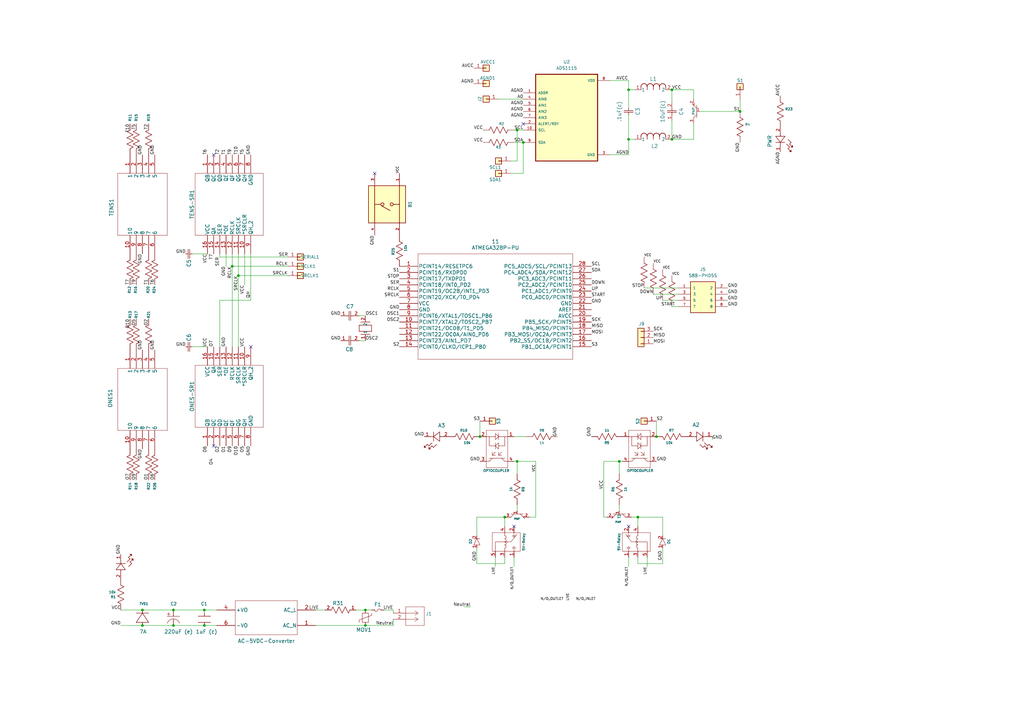
<source format=kicad_sch>
(kicad_sch (version 20231120) (generator "eeschema") (generator_version "8.0")
  (paper "A3")
  (lib_symbols
    (symbol "AC-5VDC-Converter_1" (pin_names (offset 0.254))
      (property "Value" "AC-5VDC-Converter" (at 20.32 6.9409 0))
      (symbol "AC-5VDC-Converter_1_1_1"
        (pin unspecified line (at 0 1.27 0) (length 7.62) (name "AC_N") (number "1"))
        (pin unspecified line (at 0 -5.08 0) (length 7.62) (name "AC_L") (number "2"))
        (pin power_in line (at 40.64 -5.08 180) (length 7.62) (name "+VO") (number "4"))
        (pin power_in line (at 40.64 1.27 180) (length 7.62) (name "-VO") (number "6"))
      )
    )
    (symbol "Connector_Generic:Conn_01x01" (pin_names (offset 1.016) hide)
      (property "Reference" "J" (at 0 2.54 0))
      (property "Value" "Conn_01x01" (at 0 -2.54 0))
      (symbol "Conn_01x01_1_1"
        (pin passive line (at -5.08 0 0) (length 3.81) (name "Pin_1") (number "1"))
      )
    )
    (symbol "pPSI:.1uF-Ceramic-Capacitor" (pin_numbers hide) (pin_names (offset 1.651) hide)
      (property "Reference" "C" (at 3.81 3.81 0))
      (property "Value" ".1uF-Ceramic-Capacitor" (at 3.048 -3.429 0))
      (symbol ".1uF-Ceramic-Capacitor_1_1"
        (pin unspecified line (at 2.54 0 0) (length 0) (name "1") (number "1"))
        (pin unspecified line (at 5.08 0 180) (length 0) (name "2") (number "2"))
      )
    )
    (symbol "pPSI:100ohm-Resistor" (pin_numbers hide) (pin_names (offset -2.54) hide)
      (property "Reference" "R" (at 5.588 3.302 0))
      (property "Value" "100ohm-Resistor" (at 6.35 -2.54 0))
      (symbol "100ohm-Resistor_1_1"
        (pin unspecified line (at 0 0 0) (length 2.54) (name "1") (number "1"))
        (pin unspecified line (at 12.7 0 180) (length 2.54) (name "2") (number "2"))
      )
    )
    (symbol "pPSI:10kohm-Resistor" (pin_numbers hide) (pin_names (offset -2.54) hide)
      (property "Reference" "R" (at 5.588 3.81 0))
      (property "Value" "10kohm-Resistor" (at 6.731 -2.54 0))
      (symbol "10kohm-Resistor_1_1"
        (pin unspecified line (at 0 0 0) (length 2.54) (name "1") (number "1"))
        (pin unspecified line (at 12.7 0 180) (length 2.54) (name "2") (number "2"))
      )
    )
    (symbol "pPSI:10uF-Ceramic-Capacitor" (pin_names (offset 0.254))
      (property "Reference" "C" (at 3.81 3.81 0))
      (property "Value" "10uF-Ceramic-Capacitor" (at 3.81 -3.81 0))
      (symbol "10uF-Ceramic-Capacitor_1_1"
        (pin unspecified line (at 0 0 0) (length 2.54) (name "") (number "1"))
        (pin unspecified line (at 7.62 0 180) (length 2.54) (name "") (number "2"))
      )
      (symbol "10uF-Ceramic-Capacitor_1_2"
        (pin unspecified line (at 0 0 270) (length 2.54) (name "") (number "1"))
        (pin unspecified line (at 0 -7.62 90) (length 2.54) (name "") (number "2"))
      )
    )
    (symbol "pPSI:1kohm-Resistor" (pin_numbers hide) (pin_names (offset -2.54) hide)
      (property "Reference" "R" (at 5.715 3.429 0))
      (property "Value" "1kohm-Resistor" (at 6.223 -2.794 0))
      (symbol "1kohm-Resistor_1_1"
        (pin unspecified line (at 0 0 0) (length 2.54) (name "1") (number "1"))
        (pin unspecified line (at 12.7 0 180) (length 2.54) (name "2") (number "2"))
      )
    )
    (symbol "pPSI:1uF-Ceramic-Capacitor" (pin_numbers hide) (pin_names (offset 1.651) hide)
      (property "Reference" "C" (at 4.81 1.27 0))
      (property "Value" "1uF-Ceramic-Capacitor" (at 7.112 -7.62 0))
      (symbol "1uF-Ceramic-Capacitor_1_1"
        (pin unspecified line (at 2.54 -2.54 0) (length 1.27) (name "") (number "1"))
        (pin unspecified line (at 7.62 -2.54 180) (length 1.27) (name "") (number "2"))
      )
    )
    (symbol "pPSI:2-pin-terminal-block" (pin_names (offset 0.254))
      (property "Reference" "J" (at 8.89 3.81 0))
      (property "Value" "terminal block" (at 8.89 -7.62 0))
      (symbol "2-pin-terminal-block_1_1"
        (pin unspecified line (at 0 0 0) (length 5.08) (name "") (number "1"))
        (pin unspecified line (at 0 -2.54 0) (length 5.08) (name "") (number "2"))
      )
      (symbol "2-pin-terminal-block_1_2"
        (pin unspecified line (at 0 0 0) (length 5.08) (name "1") (number "1"))
        (pin unspecified line (at 0 -2.54 0) (length 5.08) (name "2") (number "2"))
      )
    )
    (symbol "pPSI:220uF-Electrolytic-Capacitor" (pin_numbers hide) (pin_names (offset 1.651) hide)
      (property "Reference" "C" (at 13.97 -3.81 90))
      (property "Value" "220uF-Electrolytic-Capacitor" (at 3.8888 -5.6454 90))
      (symbol "220uF-Electrolytic-Capacitor_1_1"
        (pin unspecified line (at 8.89 0 270) (length 2.54) (name "") (number "1"))
        (pin unspecified line (at 8.89 -6.35 90) (length 2.54) (name "") (number "2"))
      )
    )
    (symbol "pPSI:3-pin-header" (pin_names (offset 1.016) hide)
      (property "Reference" "J" (at 0 5.08 0))
      (property "Value" "3-pin-header" (at 0 -5.08 0))
      (symbol "3-pin-header_1_1"
        (pin passive line (at -5.08 2.54 0) (length 3.81) (name "Pin_1") (number "1"))
        (pin passive line (at -5.08 0 0) (length 3.81) (name "Pin_2") (number "2"))
        (pin passive line (at -5.08 -2.54 0) (length 3.81) (name "Pin_3") (number "3"))
      )
    )
    (symbol "pPSI:470V-Varistor" (pin_numbers hide) (pin_names hide)
      (property "Reference" "MOV1" (at -1.778 -6.35 90))
      (symbol "470V-Varistor_1_1"
        (pin unspecified line (at 2.54 -6.35 90) (length 1.27) (name "1") (number "1"))
        (pin unspecified line (at 2.54 0 270) (length 1.27) (name "2") (number "2"))
      )
    )
    (symbol "pPSI:5V-Relay" (pin_names (offset 0.254))
      (property "Value" "5V-Relay" (at 11.43 -10.16 0))
      (symbol "5V-Relay_1_1"
        (pin unspecified line (at 5.08 0 0) (length 2.54) (name "~") (number "1"))
        (pin unspecified line (at 17.78 0 180) (length 2.54) (name "~") (number "2"))
        (pin unspecified line (at 5.08 -3.81 0) (length 2.54) (name "") (number "3"))
        (pin unspecified line (at 17.78 -3.81 180) (length 2.54) (name "~") (number "4"))
        (pin unspecified line (at 5.08 -7.62 0) (length 2.54) (name "~") (number "5"))
      )
    )
    (symbol "pPSI:6.8ohm" (pin_names (offset 0.254))
      (property "Reference" "R" (at 5.715 3.81 0))
      (symbol "6.8ohm_1_1"
        (pin unspecified line (at 0 0 0) (length 2.54) (name "") (number "1"))
        (pin unspecified line (at 12.7 0 180) (length 2.54) (name "") (number "2"))
      )
      (symbol "6.8ohm_1_2"
        (pin unspecified line (at 0 12.7 270) (length 2.54) (name "") (number "1"))
        (pin unspecified line (at 0 0 90) (length 2.54) (name "") (number "2"))
      )
    )
    (symbol "pPSI:7-Segment-Display" (pin_names (offset 0.254))
      (property "Value" "7-Segment-Display" (at 20.32 6.35 0))
      (symbol "7-Segment-Display_1_1"
        (pin unspecified line (at 0 0 0) (length 7.62) (name "1") (number "1"))
        (pin unspecified line (at 40.64 0 180) (length 7.62) (name "10") (number "10"))
        (pin unspecified line (at 0 -2.54 0) (length 7.62) (name "2") (number "2"))
        (pin unspecified line (at 0 -5.08 0) (length 7.62) (name "3") (number "3"))
        (pin unspecified line (at 0 -7.62 0) (length 7.62) (name "4") (number "4"))
        (pin unspecified line (at 0 -10.16 0) (length 7.62) (name "5") (number "5"))
        (pin unspecified line (at 40.64 -10.16 180) (length 7.62) (name "6") (number "6"))
        (pin unspecified line (at 40.64 -7.62 180) (length 7.62) (name "7") (number "7"))
        (pin unspecified line (at 40.64 -5.08 180) (length 7.62) (name "8") (number "8"))
        (pin unspecified line (at 40.64 -2.54 180) (length 7.62) (name "9") (number "9"))
      )
    )
    (symbol "pPSI:7A-TVS-DIODE" (pin_numbers hide) (pin_names (offset -1.651) hide)
      (property "Reference" "TVS" (at 0 -2.794 90))
      (property "Value" "7A-TVS-DIODE" (at 7.493 -2.921 90))
      (symbol "7A-TVS-DIODE_1_1"
        (pin unspecified line (at 3.81 0 270) (length 1.27) (name "") (number "1"))
        (pin unspecified line (at 3.81 -6.35 90) (length 1.27) (name "") (number "2"))
      )
    )
    (symbol "pPSI:8bit-Shift-Register" (pin_names (offset 0.254))
      (property "Value" "8bit-Shift-Register" (at 20.32 6.35 0))
      (symbol "8bit-Shift-Register_1_1"
        (pin output line (at 0 0 0) (length 7.62) (name "QB") (number "1"))
        (pin input line (at 40.64 -15.24 180) (length 7.62) (name "*SRCLR") (number "10"))
        (pin input line (at 40.64 -12.7 180) (length 7.62) (name "SRCLK") (number "11"))
        (pin input line (at 40.64 -10.16 180) (length 7.62) (name "RCLK") (number "12"))
        (pin input line (at 40.64 -7.62 180) (length 7.62) (name "*OE") (number "13"))
        (pin input line (at 40.64 -5.08 180) (length 7.62) (name "SER") (number "14"))
        (pin output line (at 40.64 -2.54 180) (length 7.62) (name "QA") (number "15"))
        (pin power_in line (at 40.64 0 180) (length 7.62) (name "VCC") (number "16"))
        (pin output line (at 0 -2.54 0) (length 7.62) (name "QC") (number "2"))
        (pin output line (at 0 -5.08 0) (length 7.62) (name "QD") (number "3"))
        (pin output line (at 0 -7.62 0) (length 7.62) (name "QE") (number "4"))
        (pin output line (at 0 -10.16 0) (length 7.62) (name "QF") (number "5"))
        (pin output line (at 0 -12.7 0) (length 7.62) (name "QG") (number "6"))
        (pin output line (at 0 -15.24 0) (length 7.62) (name "QH") (number "7"))
        (pin power_in line (at 0 -17.78 0) (length 7.62) (name "GND") (number "8"))
        (pin output line (at 40.64 -17.78 180) (length 7.62) (name "QH_2") (number "9"))
      )
    )
    (symbol "pPSI:ADS1115IDGST" (pin_names (offset 1.016))
      (property "Reference" "U" (at -12.7 18.78 0))
      (property "Value" "ADS1115IDGST" (at -12.7 -21.78 0))
      (symbol "ADS1115IDGST_0_0"
        (pin input line (at -17.78 10.16 0) (length 5.08) (name "ADDR") (number "1"))
        (pin input line (at -17.78 -5.08 0) (length 5.08) (name "SCL") (number "10"))
        (pin input line (at -17.78 -2.54 0) (length 5.08) (name "ALERT/RDY") (number "2"))
        (pin power_in line (at 17.78 -15.24 180) (length 5.08) (name "GND") (number "3"))
        (pin input line (at -17.78 7.62 0) (length 5.08) (name "AIN0") (number "4"))
        (pin input line (at -17.78 5.08 0) (length 5.08) (name "AIN1") (number "5"))
        (pin input line (at -17.78 2.54 0) (length 5.08) (name "AIN2") (number "6"))
        (pin input line (at -17.78 0 0) (length 5.08) (name "AIN3") (number "7"))
        (pin power_in line (at 17.78 15.24 180) (length 5.08) (name "VDD") (number "8"))
        (pin bidirectional line (at -17.78 -10.16 0) (length 5.08) (name "SDA") (number "9"))
      )
    )
    (symbol "pPSI:ATMEGA328P-PU" (pin_names (offset 0.254))
      (property "Value" "ATMEGA328P-PU" (at 96.52 6.35 0))
      (symbol "ATMEGA328P-PU_1_1"
        (pin bidirectional line (at 35.56 -1.27 0) (length 7.62) (name "PCINT14/RESETPC6") (number "1"))
        (pin bidirectional line (at 35.56 -24.13 0) (length 7.62) (name "PCINT7/XTAL2/TOSC2_PB7") (number "10"))
        (pin bidirectional line (at 35.56 -26.67 0) (length 7.62) (name "PCINT21/OC0B/T1_PD5") (number "11"))
        (pin bidirectional line (at 35.56 -29.21 0) (length 7.62) (name "PCINT22/OC0A/AIN0_PD6") (number "12"))
        (pin bidirectional line (at 35.56 -31.75 0) (length 7.62) (name "PCINT23/AIN1_PD7") (number "13"))
        (pin bidirectional line (at 35.56 -34.29 0) (length 7.62) (name "PCINT0/CLKO/ICP1_PB0") (number "14"))
        (pin bidirectional line (at 114.3 -34.29 180) (length 7.62) (name "PB1_OC1A/PCINT1") (number "15"))
        (pin bidirectional line (at 114.3 -31.75 180) (length 7.62) (name "PB2_SS/OC1B/PCINT2") (number "16"))
        (pin bidirectional line (at 114.3 -29.21 180) (length 7.62) (name "PB3_MOSI/OC2A/PCINT3") (number "17"))
        (pin bidirectional line (at 114.3 -26.67 180) (length 7.62) (name "PB4_MISO/PCINT4") (number "18"))
        (pin bidirectional line (at 114.3 -24.13 180) (length 7.62) (name "PB5_SCK/PCINT5") (number "19"))
        (pin bidirectional line (at 35.56 -3.81 0) (length 7.62) (name "PCINT16/RXDPD0") (number "2"))
        (pin power_in line (at 114.3 -21.59 180) (length 7.62) (name "AVCC") (number "20"))
        (pin unspecified line (at 114.3 -19.05 180) (length 7.62) (name "AREF") (number "21"))
        (pin power_in line (at 114.3 -16.51 180) (length 7.62) (name "GND") (number "22"))
        (pin bidirectional line (at 114.3 -13.97 180) (length 7.62) (name "PC0_ADC0/PCINT8") (number "23"))
        (pin bidirectional line (at 114.3 -11.43 180) (length 7.62) (name "PC1_ADC1/PCINT9") (number "24"))
        (pin bidirectional line (at 114.3 -8.89 180) (length 7.62) (name "PC2_ADC2/PCINT10") (number "25"))
        (pin bidirectional line (at 114.3 -6.35 180) (length 7.62) (name "PC3_ADC3/PCINT11") (number "26"))
        (pin bidirectional line (at 114.3 -3.81 180) (length 7.62) (name "PC4_ADC4/SDA/PCINT12") (number "27"))
        (pin bidirectional line (at 114.3 -1.27 180) (length 7.62) (name "PC5_ADC5/SCL/PCINT13") (number "28"))
        (pin bidirectional line (at 35.56 -6.35 0) (length 7.62) (name "PCINT17/TXDPD1") (number "3"))
        (pin bidirectional line (at 35.56 -8.89 0) (length 7.62) (name "PCINT18/INT0_PD2") (number "4"))
        (pin bidirectional line (at 35.56 -11.43 0) (length 7.62) (name "PCINT19/OC2B/INT1_PD3") (number "5"))
        (pin bidirectional line (at 35.56 -13.97 0) (length 7.62) (name "PCINT20/XCK/T0_PD4") (number "6"))
        (pin power_in line (at 35.56 -16.51 0) (length 7.62) (name "VCC") (number "7"))
        (pin power_in line (at 35.56 -19.05 0) (length 7.62) (name "GND") (number "8"))
        (pin bidirectional line (at 35.56 -21.59 0) (length 7.62) (name "PCINT6/XTAL1/TOSC1_PB6") (number "9"))
      )
    )
    (symbol "pPSI:C0805C220J5GAC7210" (pin_names (offset 0.254))
      (property "Reference" "C" (at 3.81 3.81 0))
      (property "Value" "C0805C220J5GAC7210" (at 3.81 -3.81 0))
      (symbol "C0805C220J5GAC7210_1_1"
        (pin unspecified line (at 0 0 0) (length 2.54) (name "") (number "1"))
        (pin unspecified line (at 7.62 0 180) (length 2.54) (name "") (number "2"))
      )
      (symbol "C0805C220J5GAC7210_1_2"
        (pin unspecified line (at 0 0 270) (length 2.54) (name "") (number "1"))
        (pin unspecified line (at 0 -7.62 90) (length 2.54) (name "") (number "2"))
      )
    )
    (symbol "pPSI:FUSE" (pin_numbers hide) (pin_names hide)
      (property "Reference" "F1" (at 6.0332 -2.5594 90))
      (symbol "FUSE_1_1"
        (pin unspecified line (at 3.81 -5.08 90) (length 1.27) (name "1") (number "1"))
        (pin unspecified line (at 3.81 0 270) (length 1.27) (name "2") (number "2"))
      )
    )
    (symbol "pPSI:Ferrite-Bead" (pin_names (offset 0.254))
      (property "Reference" "L1" (at 7.62 7.2917 0))
      (property "Value" "Ferrite-Bead" (at 7.62 4.4589 0))
      (symbol "Ferrite-Bead_1_1"
        (pin unspecified line (at 15.24 0 180) (length 2.54) (name "1") (number "1"))
        (pin unspecified line (at 0 0 0) (length 2.54) (name "2") (number "2"))
      )
      (symbol "Ferrite-Bead_1_2"
        (pin unspecified line (at 0 15.24 270) (length 2.54) (name "1") (number "1"))
        (pin unspecified line (at 0 0 90) (length 2.54) (name "2") (number "2"))
      )
    )
    (symbol "pPSI:HCM4916000000ABJT" (pin_names (offset 0.254))
      (property "Reference" "XTAL" (at 5.08 4.445 0))
      (property "Value" "HCM4916000000ABJT" (at 5.08 -4.445 0))
      (symbol "HCM4916000000ABJT_1_1"
        (pin unspecified line (at 0 0 0) (length 2.54) (name "1") (number "1"))
        (pin unspecified line (at 10.16 0 180) (length 2.54) (name "2") (number "2"))
      )
      (symbol "HCM4916000000ABJT_1_2"
        (pin unspecified line (at 0 0 90) (length 2.54) (name "1") (number "1"))
        (pin unspecified line (at 0 10.16 270) (length 2.54) (name "2") (number "2"))
      )
    )
    (symbol "pPSI:OPTOCOUPLER" (pin_names (offset 0))
      (property "Reference" "Q" (at 24.13 3.81 0))
      (property "Value" "OPTOCOUPLER" (at 24.13 -12.7 0))
      (symbol "OPTOCOUPLER_1_1"
        (pin unspecified line (at 19.05 3.81 270) (length 2.54) (name "~") (number "1"))
        (pin unspecified line (at 19.05 -10.16 90) (length 2.54) (name "~") (number "2"))
        (pin unspecified line (at 29.21 -10.16 90) (length 2.54) (name "") (number "3"))
        (pin unspecified line (at 29.21 3.81 270) (length 2.54) (name "") (number "4"))
      )
    )
    (symbol "pPSI:PNP-Transistor" (pin_names (offset 1.016))
      (property "Reference" "T" (at 26.67 -2.54 0))
      (property "Value" "PNP-Transistor" (at 26.67 -12.7 0))
      (symbol "PNP-Transistor_1_1"
        (pin input line (at 24.13 -2.54 0) (length 1.27) (name "") (number "1"))
        (pin output line (at 26.67 2.54 270) (length 2.54) (name "") (number "2"))
        (pin output line (at 26.67 -7.62 90) (length 2.54) (name "") (number "3"))
      )
    )
    (symbol "pPSI:S8B-PHDSS" (pin_names (offset 1.016))
      (property "Reference" "J" (at -5.0865 8.3928 0))
      (property "Value" "S8B-PHDSS" (at -5.0835 -7.371 0))
      (symbol "S8B-PHDSS_0_0"
        (pin passive line (at -10.16 5.08 0) (length 5.08) (name "1") (number "1"))
        (pin passive line (at 10.16 5.08 180) (length 5.08) (name "2") (number "2"))
        (pin passive line (at -10.16 2.54 0) (length 5.08) (name "3") (number "3"))
        (pin passive line (at 10.16 2.54 180) (length 5.08) (name "4") (number "4"))
        (pin passive line (at -10.16 0 0) (length 5.08) (name "5") (number "5"))
        (pin passive line (at 10.16 0 180) (length 5.08) (name "6") (number "6"))
        (pin passive line (at -10.16 -2.54 0) (length 5.08) (name "7") (number "7"))
        (pin passive line (at 10.16 -2.54 180) (length 5.08) (name "8") (number "8"))
      )
    )
    (symbol "pPSI:Small-Signal-Diode" (pin_names (offset 0.254))
      (property "Reference" "D" (at 16.51 15.24 0))
      (property "Value" "Small-Signal-Diode" (at 16.51 7.62 0))
      (symbol "Small-Signal-Diode_1_1"
        (pin unspecified line (at 13.97 12.7 0) (length 1.27) (name "~") (number "1"))
        (pin unspecified line (at 19.05 12.7 180) (length 1.27) (name "~") (number "2"))
      )
    )
    (symbol "pPSI:TS02-66-60-BK-260-LCR-D" (pin_names (offset 1.016))
      (property "Reference" "S" (at -7.62 8.382 0))
      (property "Value" "TS02-66-60-BK-260-LCR-D" (at -7.62 -8.382 0))
      (symbol "TS02-66-60-BK-260-LCR-D_0_0"
        (pin passive line (at -12.7 5.08 0) (length 5.08) (name "~") (number "1"))
        (pin passive line (at 12.7 5.08 180) (length 5.08) (name "~") (number "2"))
        (pin passive line (at -12.7 -5.08 0) (length 5.08) (name "~") (number "3"))
        (pin passive line (at 12.7 -5.08 180) (length 5.08) (name "~") (number "4"))
      )
    )
    (symbol "pPSI:green led" (pin_names (offset 0.254))
      (property "Reference" "LED" (at 5.08 -4.445 0))
      (property "Value" "green led" (at 5.08 -7.62 0))
      (symbol "green led_0_1"
        (pin unspecified line (at 10.16 0 180) (length 2.54) (name "") (number "1"))
        (pin unspecified line (at 0 0 0) (length 2.54) (name "") (number "2"))
      )
    )
    (symbol "pPSI:red led" (pin_names (offset 0.254))
      (property "Reference" "LED" (at 5.08 -4.445 0))
      (property "Value" "red led" (at 5.08 -7.62 0))
      (symbol "red led_0_1"
        (pin unspecified line (at 10.16 0 180) (length 2.54) (name "") (number "1"))
        (pin unspecified line (at 0 0 0) (length 2.54) (name "") (number "2"))
      )
    )
  )
  (junction (at 212.09 189.23))
  (junction (at 71.12 256.54))
  (junction (at 196.85 179.07))
  (junction (at 83.82 256.54))
  (junction (at 214.63 58.42))
  (junction (at 97.79 113.03))
  (junction (at 58.42 250.19))
  (junction (at 212.09 53.34))
  (junction (at 254 189.23))
  (junction (at 257.81 36.83))
  (junction (at 71.12 250.19))
  (junction (at 269.24 179.07))
  (junction (at 275.59 57.15))
  (junction (at 257.81 57.15))
  (junction (at 275.59 36.83))
  (junction (at 95.25 109.22))
  (junction (at 58.42 256.54))
  (junction (at 261.62 212.09))
  (junction (at 207.01 212.09))
  (junction (at 303.53 45.72))
  (junction (at 83.82 250.19))
  (junction (at 149.86 256.54))
  (junction (at 149.86 250.19))
  (no_connect (at 87.63 63.5))
  (no_connect (at 257.81 215.9))
  (no_connect (at 214.63 50.8))
  (no_connect (at 87.63 182.88))
  (no_connect (at 153.67 71.12))
  (no_connect (at 210.82 215.9))
  (no_connect (at 102.87 142.24))
  (wire (pts (xy 90.17 105.41) (xy 90.17 104.14)))
  (wire (pts (xy 210.82 58.42) (xy 214.63 58.42)))
  (wire (pts (xy 149.86 256.54) (xy 129.54 256.54)))
  (wire (pts (xy 257.81 36.83) (xy 257.81 44.45)))
  (wire (pts (xy 92.71 104.14) (xy 92.71 109.22)))
  (wire (pts (xy 207.01 228.6) (xy 207.01 231.14)))
  (wire (pts (xy 88.9 256.54) (xy 83.82 256.54)))
  (wire (pts (xy 261.62 231.14) (xy 261.62 228.6)))
  (wire (pts (xy 149.86 250.19) (xy 146.05 250.19)))
  (wire (pts (xy 195.58 212.09) (xy 195.58 219.71)))
  (wire (pts (xy 161.29 250.19) (xy 161.29 251.46)))
  (wire (pts (xy 193.04 248.92) (xy 190.5 248.92)))
  (wire (pts (xy 269.24 172.72) (xy 269.24 179.07)))
  (wire (pts (xy 250.19 63.5) (xy 257.81 63.5)))
  (wire (pts (xy 261.62 215.9) (xy 261.62 212.09)))
  (wire (pts (xy 254 189.23) (xy 255.27 189.23)))
  (wire (pts (xy 214.63 71.12) (xy 214.63 58.42)))
  (wire (pts (xy 149.86 256.54) (xy 161.29 256.54)))
  (wire (pts (xy 212.09 194.31) (xy 212.09 189.23)))
  (wire (pts (xy 88.9 250.19) (xy 83.82 250.19)))
  (wire (pts (xy 247.65 212.09) (xy 248.92 212.09)))
  (wire (pts (xy 95.25 104.14) (xy 95.25 109.22)))
  (wire (pts (xy 250.19 33.02) (xy 257.81 33.02)))
  (wire (pts (xy 95.25 109.22) (xy 95.25 142.24)))
  (wire (pts (xy 90.17 123.19) (xy 102.87 123.19)))
  (wire (pts (xy 303.53 40.64) (xy 303.53 45.72)))
  (wire (pts (xy 261.62 231.14) (xy 271.78 231.14)))
  (wire (pts (xy 257.81 33.02) (xy 257.81 36.83)))
  (wire (pts (xy 247.65 212.09) (xy 247.65 189.23)))
  (wire (pts (xy 275.59 36.83) (xy 275.59 41.91)))
  (wire (pts (xy 278.13 118.11) (xy 264.16 118.11)))
  (wire (pts (xy 133.35 250.19) (xy 129.54 250.19)))
  (wire (pts (xy 271.78 219.71) (xy 271.78 212.09)))
  (wire (pts (xy 278.13 120.65) (xy 267.97 120.65)))
  (wire (pts (xy 212.09 53.34) (xy 214.63 53.34)))
  (wire (pts (xy 212.09 66.04) (xy 212.09 53.34)))
  (wire (pts (xy 83.82 256.54) (xy 71.12 256.54)))
  (wire (pts (xy 90.17 105.41) (xy 118.11 105.41)))
  (wire (pts (xy 219.71 189.23) (xy 219.71 212.09)))
  (wire (pts (xy 257.81 63.5) (xy 257.81 57.15)))
  (wire (pts (xy 196.85 172.72) (xy 196.85 179.07)))
  (wire (pts (xy 278.13 125.73) (xy 275.59 125.73)))
  (wire (pts (xy 83.82 250.19) (xy 71.12 250.19)))
  (wire (pts (xy 212.09 189.23) (xy 210.82 189.23)))
  (wire (pts (xy 247.65 189.23) (xy 254 189.23)))
  (wire (pts (xy 58.42 256.54) (xy 49.53 256.54)))
  (wire (pts (xy 257.81 232.41) (xy 257.81 228.6)))
  (wire (pts (xy 161.29 254) (xy 161.29 256.54)))
  (wire (pts (xy 209.55 71.12) (xy 214.63 71.12)))
  (wire (pts (xy 97.79 104.14) (xy 97.79 113.03)))
  (wire (pts (xy 203.2 232.41) (xy 203.2 228.6)))
  (wire (pts (xy 204.47 40.64) (xy 214.63 40.64)))
  (wire (pts (xy 97.79 113.03) (xy 97.79 142.24)))
  (wire (pts (xy 212.09 209.55) (xy 212.09 207.01)))
  (wire (pts (xy 260.35 36.83) (xy 257.81 36.83)))
  (wire (pts (xy 275.59 57.15) (xy 284.48 57.15)))
  (wire (pts (xy 292.1 179.07) (xy 292.1 180.34)))
  (wire (pts (xy 95.25 109.22) (xy 118.11 109.22)))
  (wire (pts (xy 254 209.55) (xy 254 207.01)))
  (wire (pts (xy 207.01 215.9) (xy 207.01 212.09)))
  (wire (pts (xy 147.32 129.54) (xy 149.86 129.54)))
  (wire (pts (xy 215.9 179.07) (xy 210.82 179.07)))
  (wire (pts (xy 207.01 212.09) (xy 195.58 212.09)))
  (wire (pts (xy 100.33 104.14) (xy 100.33 116.84)))
  (wire (pts (xy 83.82 251.46) (xy 83.82 250.19)))
  (wire (pts (xy 161.29 250.19) (xy 157.48 250.19)))
  (wire (pts (xy 219.71 212.09) (xy 217.17 212.09)))
  (wire (pts (xy 275.59 49.53) (xy 275.59 57.15)))
  (wire (pts (xy 257.81 46.99) (xy 257.81 57.15)))
  (wire (pts (xy 195.58 224.79) (xy 195.58 231.14)))
  (wire (pts (xy 261.62 212.09) (xy 271.78 212.09)))
  (wire (pts (xy 278.13 123.19) (xy 271.78 123.19)))
  (wire (pts (xy 90.17 142.24) (xy 90.17 123.19)))
  (wire (pts (xy 287.02 45.72) (xy 303.53 45.72)))
  (wire (pts (xy 284.48 50.8) (xy 284.48 57.15)))
  (wire (pts (xy 102.87 123.19) (xy 102.87 104.14)))
  (wire (pts (xy 210.82 53.34) (xy 212.09 53.34)))
  (wire (pts (xy 275.59 36.83) (xy 284.48 36.83)))
  (wire (pts (xy 254 194.31) (xy 254 189.23)))
  (wire (pts (xy 97.79 113.03) (xy 118.11 113.03)))
  (wire (pts (xy 259.08 212.09) (xy 261.62 212.09)))
  (wire (pts (xy 149.86 250.19) (xy 152.4 250.19)))
  (wire (pts (xy 71.12 256.54) (xy 58.42 256.54)))
  (wire (pts (xy 71.12 250.19) (xy 58.42 250.19)))
  (wire (pts (xy 210.82 232.41) (xy 210.82 228.6)))
  (wire (pts (xy 78.74 104.14) (xy 85.09 104.14)))
  (wire (pts (xy 147.32 139.7) (xy 149.86 139.7)))
  (wire (pts (xy 58.42 250.19) (xy 49.53 250.19)))
  (wire (pts (xy 284.48 36.83) (xy 284.48 40.64)))
  (wire (pts (xy 209.55 66.04) (xy 212.09 66.04)))
  (wire (pts (xy 265.43 228.6) (xy 265.43 232.41)))
  (wire (pts (xy 207.01 231.14) (xy 195.58 231.14)))
  (wire (pts (xy 271.78 231.14) (xy 271.78 224.79)))
  (wire (pts (xy 78.74 142.24) (xy 85.09 142.24)))
  (wire (pts (xy 219.71 189.23) (xy 212.09 189.23)))
  (wire (pts (xy 260.35 57.15) (xy 257.81 57.15)))
  (label "O1" (at 60.96 196.85 90))
  (label "RCLK" (at 113.03 109.22 0))
  (label "SER" (at 90.17 105.41 270))
  (label "SRCLK" (at 97.79 113.03 270))
  (label "AGND" (at 252.73 63.5 0))
  (label "O5" (at 100.33 182.88 270))
  (label "T7" (at 53.34 116.84 90))
  (label "VCC" (at 247.65 200.66 90))
  (label "LIVE" (at 161.29 250.19 180))
  (label "T5" (at 100.33 63.5 90))
  (label "SCK" (at 267.97 135.89 0))
  (label "T1" (at 60.96 116.84 90))
  (label "GND" (at 228.6 179.07 90))
  (label "VCC" (at 100.33 142.24 90))
  (label "GND" (at 58.42 143.51 90))
  (label "GND" (at 298.45 120.65 0))
  (label "DOWN" (at 267.97 120.65 180))
  (label "AGND" (at 320.04 62.23 270))
  (label "GND" (at 275.59 57.15 0))
  (label "STOP" (at 264.16 118.11 180))
  (label "OSC1" (at 149.86 129.54 0))
  (label "UP" (at 271.78 123.19 180))
  (label "GND" (at 242.57 124.46 0))
  (label "GND" (at 92.71 109.22 270))
  (label "N{slash}O_OUTLET" (at 231.14 246.38 180) (effects (font (size 1 1))))
  (label "T9" (at 55.88 116.84 90))
  (label "RCLK" (at 163.83 119.38 180))
  (label "GND" (at 139.7 139.7 180))
  (label "OSC2" (at 149.86 139.7 0))
  (label "RCLK" (at 95.25 109.22 270))
  (label "GND" (at 298.45 118.11 0))
  (label "VCC" (at 85.09 104.14 270))
  (label "GND" (at 153.67 96.52 270))
  (label "GND" (at 298.45 125.73 0))
  (label "GND" (at 102.87 182.88 270))
  (label "T9" (at 95.25 63.5 90))
  (label "T2" (at 60.96 50.8 270))
  (label "AGND" (at 194.31 34.29 180))
  (label "AGND" (at 214.63 43.18 180))
  (label "VCC" (at 219.71 190.5 270) (effects (font (size 1 1))))
  (label "LIVE" (at 265.43 232.41 270) (effects (font (size 1 1))))
  (label "OSC1" (at 163.83 129.54 180))
  (label "S3" (at 242.57 142.24 0))
  (label "T10" (at 53.34 50.8 270))
  (label "AGND" (at 214.63 48.26 180))
  (label "VCC" (at 49.53 250.19 180))
  (label "GND" (at 58.42 184.15 270))
  (label "GND" (at 303.53 58.42 270))
  (label "T7" (at 87.63 104.14 270))
  (label "AVCC" (at 320.04 39.37 90))
  (label "AGND" (at 214.63 38.1 180))
  (label "GND" (at 49.53 227.33 90))
  (label "GND" (at 163.83 127 180))
  (label "GND" (at 76.2 104.14 180))
  (label "GND" (at 298.45 123.19 0))
  (label "AVCC" (at 252.73 33.02 0))
  (label "AVCC" (at 194.31 27.94 180))
  (label "A0" (at 214.63 40.64 180))
  (label "VCC" (at 198.12 53.34 180))
  (label "SDA" (at 242.57 111.76 0))
  (label "O2" (at 60.96 130.81 270))
  (label "VCC" (at 271.78 110.49 0) (effects (font (size 1 1))))
  (label "SRCLK" (at 163.83 121.92 180))
  (label "SER" (at 163.83 116.84 180))
  (label "GND" (at 139.7 129.54 180))
  (label "GND" (at 63.5 63.5 90))
  (label "GND" (at 271.78 229.87 90))
  (label "GND" (at 242.57 179.07 90))
  (label "N{slash}O_INLET" (at 236.22 246.38 0) (effects (font (size 1 1))))
  (label "VCC" (at 163.83 71.12 90) (effects (font (size 1 1))))
  (label "LIVE" (at 203.2 232.41 270) (effects (font (size 1 1))))
  (label "AGND" (at 214.63 45.72 180))
  (label "GND" (at 76.2 142.24 180))
  (label "N{slash}O_OUTLET" (at 210.82 232.41 270) (effects (font (size 1 1))))
  (label "O6" (at 85.09 182.88 270))
  (label "GND" (at 58.42 63.5 90))
  (label "GND" (at 196.85 189.23 180))
  (label "VCC" (at 100.33 116.84 270))
  (label "O9" (at 55.88 196.85 90))
  (label "VCC" (at 275.59 113.03 0) (effects (font (size 1 1))))
  (label "MOSI" (at 242.57 137.16 0))
  (label "GND" (at 173.99 179.07 180))
  (label "SER" (at 114.3 105.41 0))
  (label "T6" (at 63.5 116.84 90))
  (label "GND" (at 195.58 226.06 270))
  (label "S2" (at 163.83 142.24 180))
  (label "T2" (at 90.17 63.5 90))
  (label "GND" (at 63.5 143.51 90))
  (label "S3" (at 196.85 172.72 180))
  (label "T6" (at 85.09 63.5 90))
  (label "QH" (at 102.87 119.38 270))
  (label "GND" (at 269.24 189.23 0))
  (label "GND" (at 58.42 104.14 270))
  (label "LIVE" (at 130.81 250.19 180))
  (label "LIVE" (at 233.68 246.38 90) (effects (font (size 1 1))))
  (label "VCC" (at 85.09 142.24 90))
  (label "SCL" (at 242.57 109.22 0))
  (label "O7" (at 87.63 142.24 90))
  (label "GND" (at 292.1 180.34 0))
  (label "OSC2" (at 163.83 132.08 180))
  (label "O10" (at 97.79 182.88 270))
  (label "MISO" (at 267.97 138.43 0))
  (label "T1" (at 92.71 63.5 90))
  (label "DOWN" (at 242.57 116.84 0))
  (label "O5" (at 55.88 130.81 270))
  (label "SCK" (at 242.57 132.08 0))
  (label "MISO" (at 242.57 134.62 0))
  (label "S1" (at 163.83 111.76 180))
  (label "START" (at 242.57 121.92 0))
  (label "VCC" (at 264.16 105.41 0) (effects (font (size 1 1))))
  (label "STOP" (at 163.83 114.3 180))
  (label "O1" (at 92.71 182.88 270))
  (label "O6" (at 63.5 196.85 90))
  (label "O7" (at 53.34 196.85 90))
  (label "GND" (at 49.53 256.54 180))
  (label "VCC" (at 198.12 58.42 180))
  (label "GND" (at 102.87 63.5 90))
  (label "VCC" (at 275.59 36.83 0))
  (label "START" (at 276.86 125.73 180))
  (label "O10" (at 53.34 130.81 270))
  (label "VCC" (at 267.97 107.95 0) (effects (font (size 1 1))))
  (label "SRCLK" (at 111.76 113.03 0))
  (label "MOSI" (at 267.97 140.97 0))
  (label "SCL" (at 214.63 53.34 180))
  (label "SDA" (at 214.63 58.42 180))
  (label "N{slash}O_INLET" (at 257.81 232.41 270) (effects (font (size 1 1))))
  (label "T5" (at 55.88 50.8 270))
  (label "UP" (at 242.57 119.38 0))
  (label "Neutral" (at 161.29 256.54 180))
  (label "S1" (at 303.53 45.72 180))
  (label "Neutral" (at 193.04 248.92 180))
  (label "O2" (at 90.17 182.88 270))
  (label "GND" (at 92.71 142.24 90))
  (label "S2" (at 269.24 172.72 0))
  (label "O9" (at 95.25 182.88 270))
  (label "O4" (at 87.63 187.96 270))
  (label "T10" (at 97.79 63.5 90))
  (symbol (lib_id "pPSI:red led") (at 281.94 179.07 0) (mirror x) (unit 1)
    (property "Reference" "A2" (at 283.972 174.244 0) (effects (font (size 1.524 1.524)) (justify left)))
    (property "Value" "red led" (effects (hide yes)))
    (property "Footprint" "pPSI:red LED" (effects (hide yes)))
    (property "Datasheet" "red led" (effects (hide yes)))
  )
  (symbol (lib_id "Connector_Generic:Conn_01x01") (at 123.19 105.41 0) (mirror x) (unit 1)
    (property "Reference" "SERIAL1" (at 131.064 105.41 0) (effects (justify right)))
    (property "Value" "Conn_01x01" (effects (hide yes)))
    (property "Footprint" "pPSI:1 pin header" (effects (hide yes)))
  )
  (symbol (lib_id "pPSI:C0805C220J5GAC7210") (at 139.7 139.7 0) (unit 1)
    (property "Reference" "C8" (at 143.256 143.256 0) (effects (font (size 1.524 1.524))))
    (property "Value" "C0805C220J5GAC7210" (effects (hide yes)))
    (property "Footprint" "pPSI:22pF Cap (c)" (effects (hide yes)))
  )
  (symbol (lib_id "pPSI:10kohm-Resistor") (at 163.83 109.22 90) (unit 1)
    (property "Reference" "R25" (at 161.29 101.6 0) (effects (font (size 1 1)) (justify right)))
    (property "Value" "10k" (at 166.37 100.33 0) (effects (font (size 1 1)) (justify right)))
    (property "Footprint" "pPSI:10kohm" (effects (hide yes)))
  )
  (symbol (lib_id "pPSI:red led") (at 184.15 179.07 180) (unit 1)
    (property "Reference" "A3" (at 182.626 174.498 0) (effects (font (size 1.524 1.524)) (justify left)))
    (property "Value" "red led" (effects (hide yes)))
    (property "Footprint" "pPSI:red LED" (effects (hide yes)))
    (property "Datasheet" "red led" (effects (hide yes)))
  )
  (symbol (lib_id "pPSI:100ohm-Resistor") (at 55.88 130.81 90) (mirror x) (unit 1)
    (property "Reference" "R17" (at 55.88 129.032 0) (effects (font (size 1 1))))
    (property "Value" "100ohm-Resistor" (effects (hide yes)))
    (property "Footprint" "pPSI:100ohm" (effects (hide yes)))
  )
  (symbol (lib_id "pPSI:10uF-Ceramic-Capacitor") (at 275.59 49.53 270) (mirror x) (unit 1)
    (property "Reference" "C4" (at 279.4 45.72 0) (effects (font (size 1.524 1.524))))
    (property "Value" "10uF(c)" (at 271.78 45.72 0) (effects (font (size 1.524 1.524))))
    (property "Footprint" "pPSI:10uF Cap (c)" (effects (hide yes)))
    (property "Datasheet" "C0805C106K9PACTU" (effects (hide yes)))
  )
  (symbol (lib_id "Connector_Generic:Conn_01x01") (at 199.39 34.29 0) (unit 1)
    (property "Reference" "AGND1" (at 203.2 32.004 0) (effects (justify right)))
    (property "Value" "Conn_01x01" (effects (hide yes)))
    (property "Footprint" "pPSI:1 pin header" (effects (hide yes)))
  )
  (symbol (lib_id "pPSI:HCM4916000000ABJT") (at 149.86 139.7 90) (unit 1)
    (property "Reference" "XTAL1" (effects (hide yes)))
    (property "Value" "HCM4916000000ABJT" (effects (hide yes)))
    (property "Footprint" "pPSI:Oscillator" (effects (hide yes)))
  )
  (symbol (lib_id "pPSI:C0805C220J5GAC7210") (at 139.7 129.54 0) (unit 1)
    (property "Reference" "C7" (at 143.51 125.73 0) (effects (font (size 1.524 1.524))))
    (property "Value" "C0805C220J5GAC7210" (effects (hide yes)))
    (property "Footprint" "pPSI:22pF Cap (c)" (effects (hide yes)))
  )
  (symbol (lib_id "pPSI:100ohm-Resistor") (at 55.88 50.8 90) (mirror x) (unit 1)
    (property "Reference" "R15" (at 55.88 48.26 0) (effects (font (size 1 1))))
    (property "Value" "100ohm-Resistor" (effects (hide yes)))
    (property "Footprint" "pPSI:100ohm" (effects (hide yes)))
  )
  (symbol (lib_id "pPSI:7-Segment-Display") (at 53.34 143.51 90) (mirror x) (unit 1)
    (property "Reference" "ONES1" (at 45.212 163.322 0) (effects (font (size 1.524 1.524))))
    (property "Value" "7-Segment-Display" (effects (hide yes)))
    (property "Footprint" "pPSI:7 segment display" (effects (hide yes)))
  )
  (symbol (lib_id "pPSI:ATMEGA328P-PU") (at 128.27 107.95 0) (unit 1)
    (property "Reference" "11" (at 203.2 99.06 0) (effects (font (size 1.524 1.524))))
    (property "Value" "ATMEGA328P-PU" (at 203.2 101.6 0) (effects (font (size 1.524 1.524))))
    (property "Footprint" "pPSI:ATMEGA328P-PU" (effects (hide yes)))
  )
  (symbol (lib_id "pPSI:OPTOCOUPLER") (at 259.08 160.02 90) (mirror x) (unit 1)
    (property "Reference" "Q1" (effects (hide yes)))
    (property "Value" "OPTOCOUPLER" (at 267.97 193.04 90) (effects (font (size 1 1)) (justify left)))
    (property "Footprint" "pPSI:optocoupler" (effects (hide yes)))
  )
  (symbol (lib_id "Connector_Generic:Conn_01x01") (at 204.47 71.12 180) (unit 1)
    (property "Reference" "SDA1" (at 200.66 73.66 0) (effects (justify right)))
    (property "Value" "Conn_01x01" (effects (hide yes)))
    (property "Footprint" "pPSI:1 pin header" (effects (hide yes)))
  )
  (symbol (lib_id "Connector_Generic:Conn_01x01") (at 199.39 40.64 180) (unit 1)
    (property "Reference" "J2" (at 196.85 41.91 90) (effects (justify right)))
    (property "Value" "Conn_01x01" (effects (hide yes)))
    (property "Footprint" "pPSI:1 pin header" (effects (hide yes)))
  )
  (symbol (lib_id "pPSI:OPTOCOUPLER") (at 207.01 160.02 270) (unit 1)
    (property "Reference" "Q2" (effects (hide yes)))
    (property "Value" "OPTOCOUPLER" (at 198.12 193.04 90) (effects (font (size 1 1)) (justify left)))
    (property "Footprint" "pPSI:optocoupler" (effects (hide yes)))
  )
  (symbol (lib_id "pPSI:10kohm-Resistor") (at 184.15 179.07 0) (unit 1)
    (property "Reference" "R10" (at 191.77 176.53 0) (effects (font (size 1 1)) (justify right)))
    (property "Value" "10k" (at 193.04 181.61 0) (effects (font (size 1 1)) (justify right)))
    (property "Footprint" "pPSI:10kohm" (effects (hide yes)))
  )
  (symbol (lib_id "pPSI:100ohm-Resistor") (at 53.34 130.81 90) (mirror x) (unit 1)
    (property "Reference" "R13" (at 53.34 129.032 0) (effects (font (size 1 1))))
    (property "Value" "100ohm-Resistor" (effects (hide yes)))
    (property "Footprint" "pPSI:100ohm" (effects (hide yes)))
  )
  (symbol (lib_id "pPSI:10kohm-Resistor") (at 320.04 52.07 90) (unit 1)
    (property "Reference" "R23" (at 322.0466 44.7251 90) (effects (font (size 1 1)) (justify right)))
    (property "Value" "10k" (effects (hide yes)))
    (property "Footprint" "pPSI:10kohm" (effects (hide yes)))
  )
  (symbol (lib_id "pPSI:PNP-Transistor") (at 251.46 185.42 90) (mirror x) (unit 1)
    (property "Reference" "T2" (at 254 210.82 0) (effects (font (size 1 1)) (justify left)))
    (property "Value" "PNP" (at 254.762 214.122 90) (effects (font (size 0.75 0.75)) (justify left)))
    (property "Footprint" "pPSI:PNP Transistor" (effects (hide yes)))
  )
  (symbol (lib_id "pPSI:green led") (at 320.04 52.07 270) (unit 1)
    (property "Reference" "LED2" (effects (hide yes)))
    (property "Value" "PWR" (at 315.722 55.372 0) (effects (font (size 1.524 1.524)) (justify left)))
    (property "Footprint" "pPSI:green LED" (effects (hide yes)))
    (property "Datasheet" "green led" (effects (hide yes)))
  )
  (symbol (lib_id "pPSI:100ohm-Resistor") (at 60.96 130.81 90) (mirror x) (unit 1)
    (property "Reference" "R21" (at 60.96 129.032 0) (effects (font (size 1 1))))
    (property "Value" "100ohm-Resistor" (effects (hide yes)))
    (property "Footprint" "pPSI:100ohm" (effects (hide yes)))
  )
  (symbol (lib_id "pPSI:100ohm-Resistor") (at 60.96 104.14 90) (mirror x) (unit 1)
    (property "Reference" "R20" (at 60.706 118.872 0) (effects (font (size 1 1))))
    (property "Value" "100ohm-Resistor" (effects (hide yes)))
    (property "Footprint" "pPSI:100ohm" (effects (hide yes)))
  )
  (symbol (lib_id "Connector_Generic:Conn_01x01") (at 201.93 172.72 0) (unit 1)
    (property "Reference" "S3" (at 204.47 171.45 90) (effects (justify right)))
    (property "Value" "Conn_01x01" (effects (hide yes)))
    (property "Footprint" "pPSI:1 pin header" (effects (hide yes)))
  )
  (symbol (lib_id "pPSI:2-pin-terminal-block") (at 161.29 251.46 0) (unit 1)
    (property "Reference" "J1" (at 174.6885 251.7352 0) (effects (justify left)))
    (property "Footprint" "pPSI:2 pin header" (effects (hide yes)))
    (property "Datasheet" "1716020000" (effects (hide yes)))
  )
  (symbol (lib_id "Connector_Generic:Conn_01x01") (at 204.47 66.04 180) (unit 1)
    (property "Reference" "SCL1" (at 200.66 68.58 0) (effects (justify right)))
    (property "Value" "Conn_01x01" (effects (hide yes)))
    (property "Footprint" "pPSI:1 pin header" (effects (hide yes)))
  )
  (symbol (lib_id "pPSI:1kohm-Resistor") (at 242.57 179.07 0) (mirror x) (unit 1)
    (property "Reference" "R5" (at 248.92 181.61 0) (effects (font (size 1 1))))
    (property "Value" "1k" (at 248.92 176.53 0) (effects (font (size 1 1))))
    (property "Footprint" "pPSI:1kohm" (effects (hide yes)))
  )
  (symbol (lib_id "pPSI:1kohm-Resistor") (at 275.59 113.03 270) (unit 1)
    (property "Reference" "R30" (effects (hide yes)))
    (property "Value" "1k" (effects (hide yes)))
    (property "Footprint" "pPSI:1kohm" (effects (hide yes)))
  )
  (symbol (lib_id "pPSI:100ohm-Resistor") (at 63.5 104.14 90) (mirror x) (unit 1)
    (property "Reference" "R24" (at 63.246 118.872 0) (effects (font (size 1 1))))
    (property "Value" "100ohm-Resistor" (effects (hide yes)))
    (property "Footprint" "pPSI:100ohm" (effects (hide yes)))
  )
  (symbol (lib_id "pPSI:5V-Relay") (at 257.81 233.68 90) (unit 1)
    (property "Reference" "J3" (effects (hide yes)))
    (property "Value" "5V-Relay" (at 253.8307 222.25 0) (effects (font (size 1 1))))
    (property "Footprint" "pPSI:5V Relay" (effects (hide yes)))
  )
  (symbol (lib_id "pPSI:8bit-Shift-Register") (at 85.09 182.88 90) (unit 1)
    (property "Reference" "ONES-SR1" (at 78.74 162.56 0) (effects (font (size 1.524 1.524))))
    (property "Value" "8bit-Shift-Register" (effects (hide yes)))
    (property "Footprint" "pPSI:8 bit shift register" (effects (hide yes)))
  )
  (symbol (lib_id "pPSI:100ohm-Resistor") (at 60.96 50.8 90) (mirror x) (unit 1)
    (property "Reference" "R19" (at 60.96 48.26 0) (effects (font (size 1 1))))
    (property "Value" "100ohm-Resistor" (effects (hide yes)))
    (property "Footprint" "pPSI:100ohm" (effects (hide yes)))
  )
  (symbol (lib_id "pPSI:1kohm-Resistor") (at 264.16 105.41 270) (unit 1)
    (property "Reference" "R27" (effects (hide yes)))
    (property "Value" "1k" (effects (hide yes)))
    (property "Footprint" "pPSI:1kohm" (effects (hide yes)))
  )
  (symbol (lib_id "pPSI:5V-Relay") (at 210.82 233.68 270) (mirror x) (unit 1)
    (property "Reference" "J4" (effects (hide yes)))
    (property "Value" "5V-Relay" (at 214.7993 222.25 0) (effects (font (size 1 1))))
    (property "Footprint" "pPSI:5V Relay" (effects (hide yes)))
  )
  (symbol (lib_id "pPSI:Ferrite-Bead") (at 275.59 57.15 0) (mirror y) (unit 1)
    (property "Reference" "L2" (at 268.478 59.944 0) (effects (font (size 1.524 1.524))))
    (property "Value" "Ferrite-Bead" (effects (hide yes)))
    (property "Footprint" "pPSI:ferrite bead" (effects (hide yes)))
    (property "Datasheet" "MMZ2012Y152BT000" (effects (hide yes)))
  )
  (symbol (lib_id "pPSI:Small-Signal-Diode") (at 259.08 238.76 270) (mirror x) (unit 1)
    (property "Reference" "D1" (at 274.32 220.98 0) (effects (font (size 1 1)) (justify right)))
    (property "Value" "Small-Signal-Diode" (effects (hide yes)))
    (property "Footprint" "pPSI:small signal diode" (effects (hide yes)))
  )
  (symbol (lib_id "pPSI:100ohm-Resistor") (at 53.34 50.8 90) (mirror x) (unit 1)
    (property "Reference" "R11" (at 53.34 48.26 0) (effects (font (size 1 1))))
    (property "Value" "100ohm-Resistor" (effects (hide yes)))
    (property "Footprint" "pPSI:100ohm" (effects (hide yes)))
  )
  (symbol (lib_id "pPSI:.1uF-Ceramic-Capacitor") (at 81.28 104.14 0) (mirror y) (unit 1)
    (property "Reference" "C5" (at 77.47 107.95 90) (effects (font (size 1.524 1.524))))
    (property "Value" ".1uF(c)" (effects (hide yes)))
    (property "Footprint" "pPSI:.1uF Cap (c)" (effects (hide yes)))
  )
  (symbol (lib_id "pPSI:7-Segment-Display") (at 53.34 63.5 90) (mirror x) (unit 1)
    (property "Reference" "TENS1" (at 45.72 85.09 0) (effects (font (size 1.524 1.524))))
    (property "Value" "7-Segment-Display" (effects (hide yes)))
    (property "Footprint" "pPSI:7 segment display" (effects (hide yes)))
  )
  (symbol (lib_id "pPSI:100ohm-Resistor") (at 60.96 184.15 90) (mirror x) (unit 1)
    (property "Reference" "R22" (at 60.96 199.39 0) (effects (font (size 1 1))))
    (property "Value" "100ohm-Resistor" (effects (hide yes)))
    (property "Footprint" "pPSI:100ohm" (effects (hide yes)))
  )
  (symbol (lib_id "pPSI:Small-Signal-Diode") (at 208.28 238.76 90) (unit 1)
    (property "Reference" "D2" (at 193.04 220.98 0) (effects (font (size 1 1)) (justify right)))
    (property "Value" "Small-Signal-Diode" (effects (hide yes)))
    (property "Footprint" "pPSI:small signal diode" (effects (hide yes)))
  )
  (symbol (lib_id "pPSI:1kohm-Resistor") (at 271.78 110.49 270) (unit 1)
    (property "Reference" "R29" (effects (hide yes)))
    (property "Value" "1k" (effects (hide yes)))
    (property "Footprint" "pPSI:1kohm" (effects (hide yes)))
  )
  (symbol (lib_id "pPSI:10kohm-Resistor") (at 198.12 53.34 0) (unit 1)
    (property "Reference" "R2" (at 206.756 50.8 0) (effects (font (size 1 1)) (justify right)))
    (property "Value" "10kohm" (effects (hide yes)))
    (property "Footprint" "pPSI:10kohm" (effects (hide yes)))
  )
  (symbol (lib_id "pPSI:8bit-Shift-Register") (at 85.09 63.5 90) (mirror x) (unit 1)
    (property "Reference" "TENS-SR1" (at 78.74 83.82 0) (effects (font (size 1.524 1.524))))
    (property "Value" "8bit-Shift-Register" (effects (hide yes)))
    (property "Footprint" "pPSI:8 bit shift register" (effects (hide yes)))
  )
  (symbol (lib_id "Connector_Generic:Conn_01x01") (at 303.53 35.56 90) (unit 1)
    (property "Reference" "S1" (at 302.26 33.02 90) (effects (justify right)))
    (property "Value" "Conn_01x01" (effects (hide yes)))
    (property "Footprint" "pPSI:1 pin header" (effects (hide yes)))
  )
  (symbol (lib_id "pPSI:6.8ohm") (at 146.05 250.19 180) (unit 1)
    (property "Reference" "R31" (at 138.684 247.396 0) (effects (font (size 1.524 1.524))))
    (property "Value" "6.8ohm" (effects (hide yes)))
    (property "Footprint" "pPSI:6.8ohm" (effects (hide yes)))
  )
  (symbol (lib_id "pPSI:FUSE") (at 157.48 254 270) (mirror x) (unit 1)
    (property "Reference" "F1" (at 154.9206 247.9668 90) (effects (font (size 1.524 1.524))))
    (property "Value" "FUSE" (effects (hide yes)))
    (property "Footprint" "pPSI:Fuse" (effects (hide yes)))
  )
  (symbol (lib_id "pPSI:Ferrite-Bead") (at 275.59 36.83 0) (mirror y) (unit 1)
    (property "Reference" "L1" (at 267.97 32.3711 0) (effects (font (size 1.524 1.524))))
    (property "Value" "Ferrite-Bead" (effects (hide yes)))
    (property "Footprint" "pPSI:ferrite bead" (effects (hide yes)))
    (property "Datasheet" "MMZ2012Y152BT000" (effects (hide yes)))
  )
  (symbol (lib_id "pPSI:.1uF-Ceramic-Capacitor") (at 257.81 49.53 270) (mirror x) (unit 1)
    (property "Reference" "C3" (at 261.62 45.72 0) (effects (font (size 1.524 1.524))))
    (property "Value" ".1uF(c)" (at 254 45.72 0) (effects (font (size 1.524 1.524))))
    (property "Footprint" "pPSI:.1uF Cap (c)" (effects (hide yes)))
  )
  (symbol (lib_id "pPSI:470V-Varistor") (at 152.4 250.19 0) (mirror y) (unit 1)
    (property "Reference" "MOV1" (at 152.4 258.318 0) (effects (font (size 1.524 1.524)) (justify left)))
    (property "Footprint" "pPSI:350V_4.5kA MOV" (effects (hide yes)))
  )
  (symbol (lib_id "pPSI:ADS1115IDGST") (at 232.41 48.26 0) (unit 1)
    (property "Reference" "U2" (at 232.41 25.4 0))
    (property "Value" "ADS1115" (at 232.41 27.94 0))
    (property "Footprint" "pPSI:ADS1115" (effects (hide yes)))
  )
  (symbol (lib_id "pPSI:PNP-Transistor") (at 214.63 185.42 270) (unit 1)
    (property "Reference" "T3" (effects (hide yes)))
    (property "Value" "PNP" (at 210.82 212.852 90) (effects (font (size 0.75 0.75)) (justify left)))
    (property "Footprint" "pPSI:PNP Transistor" (effects (hide yes)))
  )
  (symbol (lib_id "pPSI:1kohm-Resistor") (at 215.9 179.07 0) (unit 1)
    (property "Reference" "R8" (at 222.25 176.53 0) (effects (font (size 1 1))))
    (property "Value" "1k" (at 222.25 181.61 0) (effects (font (size 1 1))))
    (property "Footprint" "pPSI:1kohm" (effects (hide yes)))
  )
  (symbol (lib_id "pPSI:100ohm-Resistor") (at 53.34 104.14 90) (mirror x) (unit 1)
    (property "Reference" "R12" (at 53.086 118.872 0) (effects (font (size 1 1))))
    (property "Value" "100ohm-Resistor" (effects (hide yes)))
    (property "Footprint" "pPSI:100ohm" (effects (hide yes)))
  )
  (symbol (lib_id "pPSI:PNP-Transistor") (at 311.15 43.18 0) (mirror y) (unit 1)
    (property "Reference" "T1" (effects (hide yes)))
    (property "Value" "PNP" (at 284.48 47.244 90) (effects (font (size 1 1)) (justify left)))
    (property "Footprint" "pPSI:PNP Transistor" (effects (hide yes)))
  )
  (symbol (lib_id "pPSI:1kohm-Resistor") (at 212.09 194.31 270) (unit 1)
    (property "Reference" "R9" (at 214.63 200.66 0) (effects (font (size 1 1))))
    (property "Value" "1k" (at 209.55 200.66 0) (effects (font (size 1 1))))
    (property "Footprint" "pPSI:1kohm" (effects (hide yes)))
  )
  (symbol (lib_id "Connector_Generic:Conn_01x01") (at 123.19 113.03 0) (mirror x) (unit 1)
    (property "Reference" "SRCLK1" (at 130.81 113.03 0) (effects (justify right)))
    (property "Value" "Conn_01x01" (effects (hide yes)))
    (property "Footprint" "pPSI:1 pin header" (effects (hide yes)))
  )
  (symbol (lib_id "pPSI:10kohm-Resistor") (at 49.53 237.49 270) (unit 1)
    (property "Reference" "R1" (at 47.5234 244.8349 90) (effects (font (size 1 1)) (justify right)))
    (property "Value" "10k" (at 47.5234 242.8452 90) (effects (font (size 1 1)) (justify right)))
    (property "Footprint" "pPSI:10kohm" (effects (hide yes)))
  )
  (symbol (lib_id "pPSI:10kohm-Resistor") (at 281.94 179.07 0) (mirror y) (unit 1)
    (property "Reference" "R7" (at 274.32 176.53 0) (effects (font (size 1 1)) (justify right)))
    (property "Value" "10k" (at 273.05 181.61 0) (effects (font (size 1 1)) (justify right)))
    (property "Footprint" "pPSI:10kohm" (effects (hide yes)))
  )
  (symbol (lib_id "pPSI:100ohm-Resistor") (at 55.88 104.14 90) (mirror x) (unit 1)
    (property "Reference" "R16" (at 55.626 118.872 0) (effects (font (size 1 1))))
    (property "Value" "100ohm-Resistor" (effects (hide yes)))
    (property "Footprint" "pPSI:100ohm" (effects (hide yes)))
  )
  (symbol (lib_id "pPSI:1uF-Ceramic-Capacitor") (at 86.36 248.92 270) (unit 1)
    (property "Reference" "C1" (at 85.09 247.65 90) (effects (justify right)))
    (property "Value" "1uF (c)" (at 89.154 259.08 90) (effects (font (size 1.524 1.524)) (justify right)))
    (property "Footprint" "pPSI:1uF(c)" (effects (hide yes)))
  )
  (symbol (lib_id "pPSI:.1uF-Ceramic-Capacitor") (at 81.28 142.24 180) (unit 1)
    (property "Reference" "C6" (at 77.47 138.43 90) (effects (font (size 1.524 1.524))))
    (property "Value" ".1uF(c)" (effects (hide yes)))
    (property "Footprint" "pPSI:.1uF Cap (c)" (effects (hide yes)))
  )
  (symbol (lib_name "AC-5VDC-Converter_1") (lib_id "pPSI:AC-5VDC-Converter") (at 129.54 255.27 180) (unit 1)
    (property "Reference" "u3" (effects (hide yes)))
    (property "Value" "AC-5VDC-Converter" (at 109.22 262.89 0) (effects (font (size 1.524 1.524))))
    (property "Footprint" "pPSI:CONV_PSK-10D-5" (effects (hide yes)))
  )
  (symbol (lib_id "Connector_Generic:Conn_01x01") (at 199.39 27.94 0) (unit 1)
    (property "Reference" "AVCC1" (at 203.2 25.4 0) (effects (justify right)))
    (property "Value" "Conn_01x01" (effects (hide yes)))
    (property "Footprint" "pPSI:1 pin header" (effects (hide yes)))
  )
  (symbol (lib_id "pPSI:7A-TVS-DIODE") (at 54.61 250.19 0) (unit 1)
    (property "Reference" "TVS1" (at 57.15 247.65 0) (effects (font (size 1 1)) (justify left)))
    (property "Value" "7A" (at 57.15 259.08 0) (effects (font (size 1.524 1.524)) (justify left)))
    (property "Footprint" "pPSI:7A TVS diode" (effects (hide yes)))
  )
  (symbol (lib_id "pPSI:10kohm-Resistor") (at 198.12 58.42 0) (unit 1)
    (property "Reference" "R3" (at 205.4649 60.4266 0) (effects (font (size 1 1)) (justify right)))
    (property "Value" "10kohm" (effects (hide yes)))
    (property "Footprint" "pPSI:10kohm" (effects (hide yes)))
  )
  (symbol (lib_id "pPSI:220uF-Electrolytic-Capacitor") (at 62.23 250.19 0) (unit 1)
    (property "Reference" "C2" (at 69.85 247.65 0) (effects (justify left)))
    (property "Value" "220uF (e)" (at 67.31 259.08 0) (effects (font (size 1.524 1.524)) (justify left)))
    (property "Footprint" "pPSI:220uF Cap (e)" (effects (hide yes)))
  )
  (symbol (lib_id "pPSI:S8B-PHDSS") (at 288.29 123.19 0) (unit 1)
    (property "Reference" "J5" (at 288.29 110.49 0))
    (property "Value" "S8B-PHDSS" (at 288.29 113.03 0))
    (property "Footprint" "pPSI:2x4 female connector" (effects (hide yes)))
  )
  (symbol (lib_id "pPSI:10kohm-Resistor") (at 303.53 58.42 90) (unit 1)
    (property "Reference" "R4" (at 305.5366 51.0751 90) (effects (font (size 1 1)) (justify right)))
    (property "Value" "10k" (effects (hide yes)))
    (property "Footprint" "pPSI:10kohm" (effects (hide yes)))
  )
  (symbol (lib_id "pPSI:1kohm-Resistor") (at 254 194.31 90) (mirror x) (unit 1)
    (property "Reference" "R6" (at 251.46 200.66 0) (effects (font (size 1 1))))
    (property "Value" "1k" (at 256.54 200.66 0) (effects (font (size 1 1))))
    (property "Footprint" "pPSI:1kohm" (effects (hide yes)))
  )
  (symbol (lib_id "pPSI:100ohm-Resistor") (at 55.88 184.15 90) (mirror x) (unit 1)
    (property "Reference" "R18" (at 55.88 199.39 0) (effects (font (size 1 1))))
    (property "Value" "100ohm-Resistor" (effects (hide yes)))
    (property "Footprint" "pPSI:100ohm" (effects (hide yes)))
  )
  (symbol (lib_id "pPSI:green led") (at 49.53 237.49 270) (mirror x) (unit 1)
    (property "Reference" "LED1" (effects (hide yes)))
    (property "Value" "PWR" (effects (hide yes)))
    (property "Footprint" "pPSI:green LED" (effects (hide yes)))
    (property "Datasheet" "green led" (effects (hide yes)))
  )
  (symbol (lib_id "pPSI:100ohm-Resistor") (at 63.5 184.15 90) (mirror x) (unit 1)
    (property "Reference" "R26" (at 63.5 199.39 0) (effects (font (size 1 1))))
    (property "Value" "100ohm-Resistor" (effects (hide yes)))
    (property "Footprint" "pPSI:100ohm" (effects (hide yes)))
  )
  (symbol (lib_id "Connector_Generic:Conn_01x01") (at 264.16 172.72 0) (mirror y) (unit 1)
    (property "Reference" "S2" (at 261.62 171.45 90) (effects (justify right)))
    (property "Value" "Conn_01x01" (effects (hide yes)))
    (property "Footprint" "pPSI:1 pin header" (effects (hide yes)))
  )
  (symbol (lib_id "pPSI:1kohm-Resistor") (at 267.97 107.95 270) (unit 1)
    (property "Reference" "R28" (effects (hide yes)))
    (property "Value" "1k" (effects (hide yes)))
    (property "Footprint" "pPSI:1kohm" (effects (hide yes)))
  )
  (symbol (lib_id "pPSI:100ohm-Resistor") (at 53.34 184.15 90) (mirror x) (unit 1)
    (property "Reference" "R14" (at 53.34 199.39 0) (effects (font (size 1 1))))
    (property "Value" "100ohm-Resistor" (effects (hide yes)))
    (property "Footprint" "pPSI:100ohm" (effects (hide yes)))
  )
  (symbol (lib_id "pPSI:3-pin-header") (at 262.89 138.43 180) (unit 1)
    (property "Reference" "J9" (at 263.144 132.842 0))
    (property "Value" "3-pin-header" (effects (hide yes)))
    (property "Footprint" "pPSI:3 pin header" (effects (hide yes)))
  )
  (symbol (lib_id "Connector_Generic:Conn_01x01") (at 123.19 109.22 0) (mirror x) (unit 1)
    (property "Reference" "RCLK1" (at 129.54 109.22 0) (effects (justify right)))
    (property "Value" "Conn_01x01" (effects (hide yes)))
    (property "Footprint" "pPSI:1 pin header" (effects (hide yes)))
  )
  (symbol (lib_id "pPSI:TS02-66-60-BK-260-LCR-D") (at 158.75 83.82 270) (unit 1)
    (property "Reference" "B1" (at 168.148 83.82 0))
    (property "Footprint" "pPSI:push button" (effects (hide yes)))
  )
)
</source>
